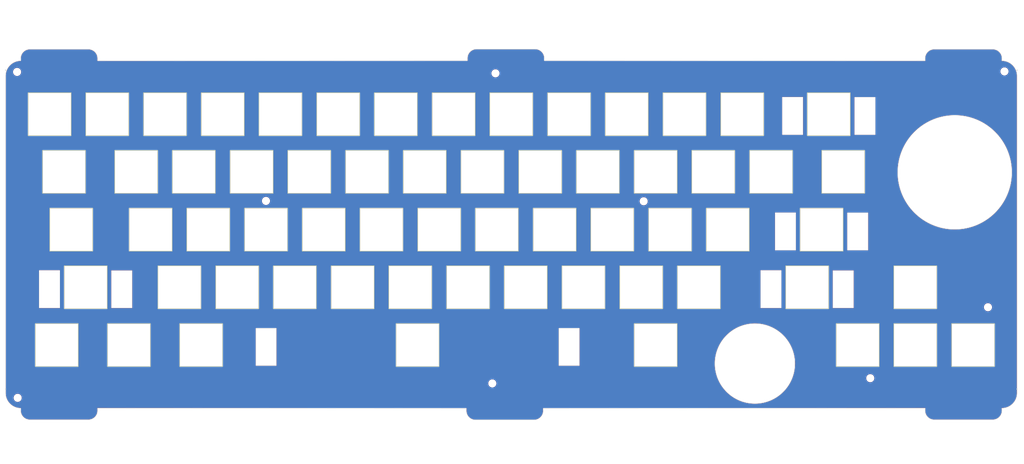
<source format=kicad_pcb>
(kicad_pcb (version 20221018) (generator pcbnew)
  (layers (0 "F.Cu" signal) (31 "B.Cu" signal) (34 "B.Paste" user) (35 "F.Paste" user) (36 "B.SilkS" user "B.Silkscreen") (37 "F.SilkS" user "F.Silkscreen") (38 "B.Mask" user) (39 "F.Mask" user) (44 "Edge.Cuts" user))
  (net 0 "")
  (footprint "personal:nothing" (layer "F.Cu") (at 438.945968 174.030227 90)
    (fp_text reference "D_BSLSH" hide)
    (fp_text value "D" hide)
  )
  (footprint "Switch_Keyboard_Hotswap_Kailh:SW_Kailh_MX_top plate" (layer "F.Cu") (at 233.658468 192.580227)
    (fp_text reference "K_D" hide)
    (fp_text value "KEYSW" hide)
    (fp_rect (start -6.97 -6.97) (end 6.98 6.98) (stroke (width 0.05)) (fill none) (layer "Edge.Cuts"))
  )
  (footprint "" (layer "F.Cu") (at 471.937319 218.197357)
    (fp_text reference "" hide)
    (fp_text value "" hide)
    (pad "" np_thru_hole circle (at 0 0) (size 2.2 2.2) (drill 2.2) (layers "F&B.Cu" "*.Mask"))
  )
  (footprint "Switch_Keyboard_Hotswap_Kailh:SW_Kailh_MX_top plate" (layer "F.Cu") (at 386.058468 192.580227)
    (fp_text reference "K_QUOTE" hide)
    (fp_text value "KEYSW" hide)
    (fp_rect (start -6.97 -6.97) (end 6.98 6.98) (stroke (width 0.05)) (fill none) (layer "Edge.Cuts"))
  )
  (footprint "Switch_Keyboard_Hotswap_Kailh:SW_Kailh_MX_top plate" (layer "F.Cu") (at 424.158468 173.530227)
    (fp_text reference "K_BSLSH" hide)
    (fp_text value "KEYSW" hide)
    (fp_rect (start -6.97 -6.97) (end 6.98 6.98) (stroke (width 0.05)) (fill none) (layer "Edge.Cuts"))
  )
  (footprint "personal:nothing" (layer "F.Cu") (at 300.833468 193.080227 90)
    (fp_text reference "D_H" hide)
    (fp_text value "D" hide)
  )
  (footprint "Switch_Keyboard_Hotswap_Kailh:SW_Kailh_MX_top plate" (layer "F.Cu") (at 419.395968 154.480227)
    (fp_text reference "K_BACKSPACE" hide)
    (fp_text value "KEYSW" hide)
    (fp_rect (start -6.97 -6.97) (end 6.98 6.98) (stroke (width 0.05)) (fill none) (layer "Edge.Cuts"))
  )
  (footprint "personal:nothing" (layer "F.Cu") (at 391.320968 174.030227 90)
    (fp_text reference "D_CBRAC" hide)
    (fp_text value "D" hide)
  )
  (footprint "Switch_Keyboard_Hotswap_Kailh:SW_Kailh_MX_top plate" (layer "F.Cu") (at 367.008468 192.580227)
    (fp_text reference "K_SEMIC" hide)
    (fp_text value "KEYSW" hide)
    (fp_rect (start -6.97 -6.97) (end 6.98 6.98) (stroke (width 0.05)) (fill none) (layer "Edge.Cuts"))
  )
  (footprint "Switch_Keyboard_Hotswap_Kailh:SW_Kailh_MX_top plate" (layer "F.Cu") (at 390.820968 154.480227)
    (fp_text reference "K_EQUAL" hide)
    (fp_text value "KEYSW" hide)
    (fp_rect (start -6.97 -6.97) (end 6.98 6.98) (stroke (width 0.05)) (fill none) (layer "Edge.Cuts"))
  )
  (footprint "personal:nothing" (layer "F.Cu") (at 238.920968 174.030227 90)
    (fp_text reference "D_E" hide)
    (fp_text value "D" hide)
  )
  (footprint "personal:nothing" (layer "F.Cu") (at 334.170968 174.030227 90)
    (fp_text reference "D_I" hide)
    (fp_text value "D" hide)
  )
  (footprint "personal:nothing" (layer "F.Cu") (at 315.120968 174.030227 90)
    (fp_text reference "D_U" hide)
    (fp_text value "D" hide)
  )
  (footprint "Switch_Keyboard_Hotswap_Kailh:SW_Kailh_MX_top plate" (layer "F.Cu") (at 243.183468 211.630227)
    (fp_text reference "K_C" hide)
    (fp_text value "KEYSW" hide)
    (fp_rect (start -6.97 -6.97) (end 6.98 6.98) (stroke (width 0.05)) (fill none) (layer "Edge.Cuts"))
  )
  (footprint "personal:nothing" (layer "F.Cu") (at 196.058468 212.130227 90)
    (fp_text reference "D_SHIFT" hide)
    (fp_text value "D" hide)
  )
  (footprint "personal:nothing" (layer "F.Cu") (at 257.970968 174.030227 90)
    (fp_text reference "D_R" hide)
    (fp_text value "D" hide)
  )
  (footprint "Switch_Keyboard_Hotswap_Kailh:SW_Kailh_MX_top plate" (layer "F.Cu") (at 181.270968 154.480227)
    (fp_text reference "K_1" hide)
    (fp_text value "KEYSW" hide)
    (fp_rect (start -6.97 -6.97) (end 6.98 6.98) (stroke (width 0.05)) (fill none) (layer "Edge.Cuts"))
  )
  (footprint "Switch_Keyboard_Hotswap_Kailh:SW_Kailh_MX_top plate" (layer "F.Cu") (at 190.795968 173.530227)
    (fp_text reference "K_Q" hide)
    (fp_text value "KEYSW" hide)
    (fp_rect (start -6.97 -6.97) (end 6.98 6.98) (stroke (width 0.05)) (fill none) (layer "Edge.Cuts"))
  )
  (footprint "personal:nothing" (layer "F.Cu") (at 324.645968 154.980227 90)
    (fp_text reference "D_8" hide)
    (fp_text value "D" hide)
  )
  (footprint "Switch_Keyboard_Hotswap_Kailh:SW_Kailh_MX_top plate" (layer "F.Cu") (at 166.983468 173.530227)
    (fp_text reference "K_TAB" hide)
    (fp_text value "KEYSW" hide)
    (fp_rect (start -6.97 -6.97) (end 6.98 6.98) (stroke (width 0.05)) (fill none) (layer "Edge.Cuts"))
  )
  (footprint "Switch_Keyboard_Hotswap_Kailh:SW_Kailh_MX_top plate" (layer "F.Cu") (at 371.770968 154.480227)
    (fp_text reference "K_MINUS" hide)
    (fp_text value "KEYSW" hide)
    (fp_rect (start -6.97 -6.97) (end 6.98 6.98) (stroke (width 0.05)) (fill none) (layer "Edge.Cuts"))
  )
  (footprint "personal:nothing" (layer "F.Cu") (at 305.595968 154.980227 90)
    (fp_text reference "D_7" hide)
    (fp_text value "D" hide)
  )
  (footprint "Switch_Keyboard_Hotswap_Kailh:SW_Kailh_MX_top plate" (layer "F.Cu") (at 257.470968 154.480227)
    (fp_text reference "K_5" hide)
    (fp_text value "KEYSW" hide)
    (fp_rect (start -6.97 -6.97) (end 6.98 6.98) (stroke (width 0.05)) (fill none) (layer "Edge.Cuts"))
  )
  (footprint "MountingHole:MountingHole_2.2mm_M2" (layer "F.Cu") (at 433.089656 241.619144)
    (fp_text reference "REF**" hide)
    (fp_text value "MountingHole_2.2mm_M2" hide)
    (pad "" np_thru_hole circle (at 0 0) (size 2.2 2.2) (drill 2.2) (layers "F&B.Cu" "*.Mask"))
  )
  (footprint "Switch_Keyboard_Hotswap_Kailh:SW_Kailh_MX_top plate" (layer "F.Cu") (at 283.664718 230.680227)
    (fp_text reference "K_SPACE1" hide)
    (fp_text value "KEYSW" hide)
    (fp_rect (start -6.97 -6.97) (end 6.98 6.98) (stroke (width 0.05)) (fill none) (layer "Edge.Cuts"))
  )
  (footprint "personal:nothing" (layer "F.Cu") (at 343.695968 154.980227 90)
    (fp_text reference "D_9" hide)
    (fp_text value "D" hide)
  )
  (footprint "personal:nothing" (layer "F.Cu") (at 277.020968 174.030227 90)
    (fp_text reference "D_T" hide)
    (fp_text value "D" hide)
  )
  (footprint "Switch_Keyboard_Hotswap_Kailh:SW_Kailh_MX_top plate" (layer "F.Cu") (at 376.533468 211.630227)
    (fp_text reference "K_SLASH" hide)
    (fp_text value "KEYSW" hide)
    (fp_rect (start -6.97 -6.97) (end 6.98 6.98) (stroke (width 0.05)) (fill none) (layer "Edge.Cuts"))
  )
  (footprint "personal:nothing" (layer "F.Cu") (at 400.845968 154.980227 90)
    (fp_text reference "D_EQUAL" hide)
    (fp_text value "D" hide)
  )
  (footprint "Switch_Keyboard_Hotswap_Kailh:SW_Kailh_MX_top plate" (layer "F.Cu") (at 238.420968 154.480227)
    (fp_text reference "K_4" hide)
    (fp_text value "KEYSW" hide)
    (fp_rect (start -6.97 -6.97) (end 6.98 6.98) (stroke (width 0.05)) (fill none) (layer "Edge.Cuts"))
  )
  (footprint "Switch_Keyboard_Hotswap_Kailh:SW_Kailh_MX_top plate" (layer "F.Cu") (at 200.320968 154.480227)
    (fp_text reference "K_2" hide)
    (fp_text value "KEYSW" hide)
    (fp_rect (start -6.97 -6.97) (end 6.98 6.98) (stroke (width 0.05)) (fill none) (layer "Edge.Cuts"))
  )
  (footprint "personal:nothing" (layer "F.Cu") (at 186.533468 193.080227 90)
    (fp_text reference "D_CAPS" hide)
    (fp_text value "D" hide)
  )
  (footprint "Switch_Keyboard_Hotswap_Kailh:SW_Kailh_MX_top plate" (layer "F.Cu") (at 412.252218 211.630227)
    (fp_text reference "K_SHIFT1" hide)
    (fp_text value "KEYSW" hide)
    (fp_rect (start -6.97 -6.97) (end 6.98 6.98) (stroke (width 0.05)) (fill none) (layer "Edge.Cuts"))
  )
  (footprint "personal:nothing" (layer "F.Cu") (at 310.358468 212.130227 90)
    (fp_text reference "D_N" hide)
    (fp_text value "D" hide)
  )
  (footprint "personal:nothing" (layer "F.Cu") (at 286.545968 154.980227 90)
    (fp_text reference "D_6" hide)
    (fp_text value "D" hide)
  )
  (footprint "Switch_Keyboard_Hotswap_Kailh:SW_Kailh_MX_top plate" (layer "F.Cu") (at 228.895968 173.530227)
    (fp_text reference "K_E" hide)
    (fp_text value "KEYSW" hide)
    (fp_rect (start -6.97 -6.97) (end 6.98 6.98) (stroke (width 0.05)) (fill none) (layer "Edge.Cuts"))
  )
  (footprint "Mounting_Keyboard_Stabilizer:top plate stab" (layer "F.Cu") (at 412.252218 211.630227)
    (fp_text reference "REF**" hide)
    (fp_text value "top plate stab" hide)
    (fp_rect (start -15.31 -5.56) (end -8.57 6.78) (stroke (width 0.05)) (fill none) (layer "Edge.Cuts"))
    (fp_rect (start 8.53 -5.52) (end 15.3 6.78) (stroke (width 0.05)) (fill none) (layer "Edge.Cuts"))
  )
  (footprint "Switch_Keyboard_Hotswap_Kailh:SW_Kailh_MX_top plate" (layer "F.Cu") (at 188.414718 230.680227)
    (fp_text reference "K_WIN" hide)
    (fp_text value "KEYSW" hide)
    (fp_rect (start -6.97 -6.97) (end 6.98 6.98) (stroke (width 0.05)) (fill none) (layer "Edge.Cuts"))
  )
  (footprint "Mounting_Keyboard_Stabilizer:top plate stab" (layer "F.Cu") (at 419.406536 154.441245)
    (fp_text reference "REF**" hide)
    (fp_text value "top plate stab" hide)
    (fp_rect (start -15.31 -5.56) (end -8.57 6.78) (stroke (width 0.05)) (fill none) (layer "Edge.Cuts"))
    (fp_rect (start 8.53 -5.52) (end 15.3 6.78) (stroke (width 0.05)) (fill none) (layer "Edge.Cuts"))
  )
  (footprint "" (layer "F.Cu") (at 477.383784 140.373626)
    (fp_text reference "" hide)
    (fp_text value "" hide)
    (pad "" np_thru_hole circle (at 0 0) (size 2.2 2.2) (drill 2.2) (layers "F&B.Cu" "*.Mask"))
  )
  (footprint "personal:nothing" (layer "F.Cu") (at 219.870968 174.030227 90)
    (fp_text reference "D_W" hide)
    (fp_text value "D" hide)
  )
  (footprint "personal:nothing" (layer "F.Cu") (at 372.270968 231.180227 90)
    (fp_text reference "D_SPACE2" hide)
    (fp_text value "D" hide)
  )
  (footprint "Switch_Keyboard_Hotswap_Kailh:SW_Kailh_MX_top plate" (layer "F.Cu") (at 428.920968 230.680227)
    (fp_text reference "K_SPACE3" hide)
    (fp_text value "KEYSW" hide)
    (fp_rect (start -6.97 -6.97) (end 6.98 6.98) (stroke (width 0.05)) (fill none) (layer "Edge.Cuts"))
  )
  (footprint "Switch_Keyboard_Hotswap_Kailh:SW_Kailh_MX_top plate" (layer "F.Cu") (at 338.433468 211.630227)
    (fp_text reference "K_COMMA" hide)
    (fp_text value "KEYSW" hide)
    (fp_rect (start -6.97 -6.97) (end 6.98 6.98) (stroke (width 0.05)) (fill none) (layer "Edge.Cuts"))
  )
  (footprint "Switch_Keyboard_Hotswap_Kailh:SW_Kailh_MX_top plate" (layer "F.Cu") (at 164.602218 230.680227)
    (fp_text reference "K_CTRL" hide)
    (fp_text value "KEYSW" hide)
    (fp_rect (start -6.97 -6.97) (end 6.98 6.98) (stroke (width 0.05)) (fill none) (layer "Edge.Cuts"))
  )
  (footprint "Switch_Keyboard_Hotswap_Kailh:SW_Kailh_MX_top plate" (layer "F.Cu") (at 247.945968 173.530227)
    (fp_text reference "K_R" hide)
    (fp_text value "KEYSW" hide)
    (fp_rect (start -6.97 -6.97) (end 6.98 6.98) (stroke (width 0.05)) (fill none) (layer "Edge.Cuts"))
  )
  (footprint "Switch_Keyboard_Hotswap_Kailh:SW_Kailh_MX_top plate" (layer "F.Cu") (at 209.845968 173.530227)
    (fp_text reference "K_W" hide)
    (fp_text value "KEYSW" hide)
    (fp_rect (start -6.97 -6.97) (end 6.98 6.98) (stroke (width 0.05)) (fill none) (layer "Edge.Cuts"))
  )
  (footprint "personal:nothing" (layer "F.Cu") (at 200.820968 231.180227 90)
    (fp_text reference "D_WIN" hide)
    (fp_text value "D" hide)
  )
  (footprint "personal:nothing" (layer "F.Cu") (at 329.408468 212.130227 90)
    (fp_text reference "D_M" hide)
    (fp_text value "D" hide)
  )
  (footprint "Switch_Keyboard_Hotswap_Kailh:SW_Kailh_MX_top plate" (layer "F.Cu") (at 467.020968 230.680227)
    (fp_text reference "K_SPACE5" hide)
    (fp_text value "KEYSW" hide)
    (fp_rect (start -6.97 -6.97) (end 6.98 6.98) (stroke (width 0.05)) (fill none) (layer "Edge.Cuts"))
  )
  (footprint "Switch_Keyboard_Hotswap_Kailh:SW_Kailh_MX_top plate" (layer "F.Cu") (at 205.083468 211.630227)
    (fp_text reference "K_Z" hide)
    (fp_text value "KEYSW" hide)
    (fp_rect (start -6.97 -6.97) (end 6.98 6.98) (stroke (width 0.05)) (fill none) (layer "Edge.Cuts"))
  )
  (footprint "Switch_Keyboard_Hotswap_Kailh:SW_Kailh_MX_top plate" (layer "F.Cu") (at 447.970968 211.630227)
    (fp_text reference "K_SPACE" hide)
    (fp_text value "KEYSW" hide)
    (fp_rect (start -6.97 -6.97) (end 6.98 6.98) (stroke (width 0.05)) (fill none) (layer "Edge.Cuts"))
  )
  (footprint "Switch_Keyboard_Hotswap_Kailh:SW_Kailh_MX_top plate" (layer "F.Cu") (at 262.233468 211.630227)
    (fp_text reference "K_V" hide)
    (fp_text value "KEYSW" hide)
    (fp_rect (start -6.97 -6.97) (end 6.98 6.98) (stroke (width 0.05)) (fill none) (layer "Edge.Cuts"))
  )
  (footprint "MountingHole:MountingHole_2.2mm_M2" (layer "F.Cu") (at 477.383784 140.373626)
    (fp_text reference "REF**" hide)
    (fp_text value "MountingHole_2.2mm_M2" hide)
    (pad "" np_thru_hole circle (at 0 0) (size 2.2 2.2) (drill 2.2) (layers "F&B.Cu" "*.Mask"))
  )
  (footprint "MountingHole:MountingHole_2.2mm_M2" (layer "F.Cu") (at 151.498973 140.542321)
    (fp_text reference "REF**" hide)
    (fp_text value "MountingHole_2.2mm_M2" hide)
    (pad "" np_thru_hole circle (at 0 0) (size 2.2 2.2) (drill 2.2) (layers "F&B.Cu" "*.Mask"))
  )
  (footprint "Switch_Keyboard_Hotswap_Kailh:SW_Kailh_MX_top plate" (layer "F.Cu") (at 271.758468 192.580227)
    (fp_text reference "K_G" hide)
    (fp_text value "KEYSW" hide)
    (fp_rect (start -6.97 -6.97) (end 6.98 6.98) (stroke (width 0.05)) (fill none) (layer "Edge.Cuts"))
  )
  (footprint "personal:nothing" (layer "F.Cu") (at 386.558468 212.130227 90)
    (fp_text reference "D_SLASH" hide)
    (fp_text value "D" hide)
  )
  (footprint "personal:nothing" (layer "F.Cu") (at 243.683468 193.080227 90)
    (fp_text reference "D_D" hide)
    (fp_text value "D" hide)
  )
  (footprint "Switch_Keyboard_Hotswap_Kailh:SW_Kailh_MX_top plate" (layer "F.Cu") (at 290.808468 192.580227)
    (fp_text reference "K_H" hide)
    (fp_text value "KEYSW" hide)
    (fp_rect (start -6.97 -6.97) (end 6.98 6.98) (stroke (width 0.05)) (fill none) (layer "Edge.Cuts"))
  )
  (footprint "personal:nothing" (layer "F.Cu") (at 210.345968 154.980227 90)
    (fp_text reference "D_2" hide)
    (fp_text value "D" hide)
  )
  (footprint "MountingHole:MountingHole_2.2mm_M2" (layer "F.Cu") (at 308.3493 243.347072)
    (fp_text reference "REF**" hide)
    (fp_text value "MountingHole_2.2mm_M2" hide)
    (pad "" np_thru_hole circle (at 0 0) (size 2.2 2.2) (drill 2.2) (layers "F&B.Cu" "*.Mask"))
  )
  (footprint "Switch_Keyboard_Hotswap_Kailh:SW_Kailh_MX_top plate" (layer "F.Cu") (at 219.370968 154.480227)
    (fp_text reference "K_3" hide)
    (fp_text value "KEYSW" hide)
    (fp_rect (start -6.97 -6.97) (end 6.98 6.98) (stroke (width 0.05)) (fill none) (layer "Edge.Cuts"))
  )
  (footprint "personal:nothing" (layer "F.Cu") (at 177.008468 231.180227 90)
    (fp_text reference "D_CTRL" hide)
    (fp_text value "D" hide)
  )
  (footprint "personal:nothing" (layer "F.Cu") (at 438.945968 154.980227 90)
    (fp_text reference "D_BACKSPACE" hide)
    (fp_text value "D" hide)
  )
  (footprint "Switch_Keyboard_Hotswap_Kailh:SW_Kailh_MX_top plate" (layer "F.Cu") (at 328.908468 192.580227)
    (fp_text reference "K_K" hide)
    (fp_text value "KEYSW" hide)
    (fp_rect (start -6.97 -6.97) (end 6.98 6.98) (stroke (width 0.05)) (fill none) (layer "Edge.Cuts"))
  )
  (footprint "personal:nothing" (layer "F.Cu") (at 248.445968 154.980227 90)
    (fp_text reference "D_4" hide)
    (fp_text value "D" hide)
  )
  (footprint "personal:nothing" (layer "F.Cu") (at 296.070968 174.030227 90)
    (fp_text reference "D_Y" hide)
    (fp_text value "D" hide)
  )
  (footprint "personal:nothing" (layer "F.Cu") (at 253.208468 212.130227 90)
    (fp_text reference "D_C" hide)
    (fp_text value "D" hide)
  )
  (footprint "personal:nothing" (layer "F.Cu") (at 343.695968 231.180227 90)
    (fp_text reference "D_SPACE1" hide)
    (fp_text value "D" hide)
  )
  (footprint "MountingHole:MountingHole_2.2mm_M2" (layer "F.Cu") (at 151.689827 248.112066)
    (fp_text reference "REF**" hide)
    (fp_text value "MountingHole_2.2mm_M2" hide)
    (pad "" np_thru_hole circle (at 0 0) (size 2.2 2.2) (drill 2.2) (layers "F&B.Cu" "*.Mask"))
  )
  (footprint "Switch_Keyboard_Hotswap_Kailh:SW_Kailh_MX_top plate" (layer "F.Cu") (at 305.095968 173.530227)
    (fp_text reference "K_U" hide)
    (fp_text value "KEYSW" hide)
    (fp_rect (start -6.97 -6.97) (end 6.98 6.98) (stroke (width 0.05)) (fill none) (layer "Edge.Cuts"))
  )
  (footprint "Switch_Keyboard_Hotswap_Kailh:SW_Kailh_MX_top plate" (layer "F.Cu") (at 381.295968 173.530227)
    (fp_text reference "K_CBRAC" hide)
    (fp_text value "KEYSW" hide)
    (fp_rect (start -6.97 -6.97) (end 6.98 6.98) (stroke (width 0.05)) (fill none) (layer "Edge.Cuts"))
  )
  (footprint "personal:nothing" (layer "F.Cu") (at 205.583468 193.080227 90)
    (fp_text reference "D_A" hide)
    (fp_text value "D" hide)
  )
  (footprint "Switch_Keyboard_Hotswap_Kailh:SW_Kailh_MX_top plate" (layer "F.Cu") (at 324.145968 173.530227)
    (fp_text reference "K_I" hide)
    (fp_text value "KEYSW" hide)
    (fp_rect (start -6.97 -6.97) (end 6.98 6.98) (stroke (width 0.05)) (fill none) (layer "Edge.Cuts"))
  )
  (footprint "personal:nothing" (layer "F.Cu") (at 377.033468 193.080227 90)
    (fp_text reference "D_SEMIC" hide)
    (fp_text value "D" hide)
  )
  (footprint "Switch_Keyboard_Hotswap_Kailh:SW_Kailh_MX_top plate" (layer "F.Cu") (at 295.570968 154.480227)
    (fp_text reference "K_7" hide)
    (fp_text value "KEYSW" hide)
    (fp_rect (start -6.97 -6.97) (end 6.98 6.98) (stroke (width 0.05)) (fill none) (layer "Edge.Cuts"))
  )
  (footprint "Switch_Keyboard_Hotswap_Kailh:SW_Kailh_MX_top plate" (layer "F.Cu") (at 309.858468 192.580227)
    (fp_text reference "K_J" hide)
    (fp_text value "KEYSW" hide)
    (fp_rect (start -6.97 -6.97) (end 6.98 6.98) (stroke (width 0.05)) (fill none) (layer "Edge.Cuts"))
  )
  (footprint "personal:nothing" (layer "F.Cu") (at 367.508468 212.130227 90)
    (fp_text reference "D_DOT" hide)
    (fp_text value "D" hide)
  )
  (footprint "MountingHole:MountingHole_2.2mm_M2" (layer "F.Cu") (at 358.306491 183.224457)
    (fp_text reference "REF**" hide)
    (fp_text value "MountingHole_2.2mm_M2" hide)
    (pad "" np_thru_hole circle (at 0 0) (size 2.2 2.2) (drill 2.2) (layers "F&B.Cu" "*.Mask"))
  )
  (footprint "Switch_Keyboard_Hotswap_Kailh:SW_Kailh_MX_top plate" (layer "F.Cu") (at 252.708468 192.580227)
    (fp_text reference "K_F" hide)
    (fp_text value "KEYSW" hide)
    (fp_rect (start -6.97 -6.97) (end 6.98 6.98) (stroke (width 0.05)) (fill none) (layer "Edge.Cuts"))
  )
  (footprint "MountingHole:MountingHole_2.2mm_M2" (layer "F.Cu") (at 233.642427 183.112524)
    (fp_text reference "REF**" hide)
    (fp_text value "MountingHole_2.2mm_M2" hide)
    (pad "" np_thru_hole circle (at 0 0) (size 2.2 2.2) (drill 2.2) (layers "F&B.Cu" "*.Mask"))
  )
  (footprint "personal:nothing" (layer "F.Cu") (at 291.308468 212.130227 90)
    (fp_text reference "D_B" hide)
    (fp_text value "D" hide)
  )
  (footprint "personal:nothing" (layer "F.Cu") (at 362.745968 154.980227 90)
    (fp_text reference "D_0" hide)
    (fp_text value "D" hide)
  )
  (footprint "personal:nothing" (layer "F.Cu") (at 319.883468 193.080227 90)
    (fp_text reference "D_J" hide)
    (fp_text value "D" hide)
  )
  (footprint "personal:nothing" (layer "F.Cu") (at 262.733468 193.080227 90)
    (fp_text reference "D_F" hide)
    (fp_text value "D" hide)
  )
  (footprint "Switch_Keyboard_Hotswap_Kailh:SW_Kailh_MX_top plate" (layer "F.Cu") (at 319.383468 211.630227)
    (fp_text reference "K_M" hide)
    (fp_text value "KEYSW" hide)
    (fp_rect (start -6.97 -6.97) (end 6.98 6.98) (stroke (width 0.05)) (fill none) (layer "Edge.Cuts"))
  )
  (footprint "personal:nothing" (layer "F.Cu") (at 267.495968 154.980227 90)
    (fp_text reference "D_5" hide)
    (fp_text value "D" hide)
  )
  (footprint "personal:nothing" (layer "F.Cu") (at 224.633468 231.180227 90)
    (fp_text reference "D_ALT" hide)
    (fp_text value "D" hide)
  )
  (footprint "personal:nothing" (layer "F.Cu") (at 477.045968 231.180227 90)
    (fp_text reference "D_SPACE5" hide)
    (fp_text value "D" hide)
  )
  (footprint "Switch_Keyboard_Hotswap_Kailh:SW_Kailh_MX_top plate" (layer "F.Cu") (at 447.970968 230.680227)
    (fp_text reference "K_SPACE4" hide)
    (fp_text value "KEYSW" hide)
    (fp_rect (start -6.97 -6.97) (end 6.98 6.98) (stroke (width 0.05)) (fill none) (layer "Edge.Cuts"))
  )
  (footprint "personal:nothing" (layer "F.Cu") (at 224.633468 193.080227 90)
    (fp_text reference "D_S" hide)
    (fp_text value "D" hide)
  )
  (footprint "personal:nothing" (layer "F.Cu") (at 172.245968 154.980227 90)
    (fp_text reference "D_`" hide)
    (fp_text value "D" hide)
  )
  (footprint "Switch_Keyboard_Hotswap_Kailh:SW_Kailh_MX_top plate" (layer "F.Cu") (at 174.127218 211.630227)
    (fp_text reference "K_SHIFT" hide)
    (fp_text value "KEYSW" hide)
    (fp_rect (start -6.97 -6.97) (end 6.98 6.98) (stroke (width 0.05)) (fill none) (layer "Edge.Cuts"))
  )
  (footprint "Switch_Keyboard_Hotswap_Kailh:SW_Kailh_MX_top plate" (layer "F.Cu") (at 352.720968 154.480227)
    (fp_text reference "K_0" hide)
    (fp_text value "KEYSW" hide)
    (fp_rect (start -6.97 -6.97) (end 6.98 6.98) (stroke (width 0.05)) (fill none) (layer "Edge.Cuts"))
  )
  (footprint "Switch_Keyboard_Hotswap_Kailh:SW_Kailh_MX_top plate" (layer "F.Cu") (at 357.483468 211.630227)
    (fp_text reference "K_DOT" hide)
    (fp_text value "KEYSW" hide)
    (fp_rect (start -6.97 -6.97) (end 6.98 6.98) (stroke (width 0.05)) (fill none) (layer "Edge.Cuts"))
  )
  (footprint "personal:nothing" (layer "F.Cu") (at 215.108468 212.130227 90)
    (fp_text reference "D_Z" hide)
    (fp_text value "D" hide)
  )
  (footprint "Switch_Keyboard_Hotswap_Kailh:SW_Kailh_MX_top plate" (layer "F.Cu") (at 333.670968 154.480227)
    (fp_text reference "K_9" hide)
    (fp_text value "KEYSW" hide)
    (fp_rect (start -6.97 -6.97) (end 6.98 6.98) (stroke (width 0.05)) (fill none) (layer "Edge.Cuts"))
  )
  (footprint "personal:nothing" (layer "F.Cu") (at 457.995968 212.130227 90)
    (fp_text reference "D_SPACE" hide)
    (fp_text value "D" hide)
  )
  (footprint "personal:nothing" (layer "F.Cu") (at 338.933468 193.080227 90)
    (fp_text reference "D_K" hide)
    (fp_text value "D" hide)
  )
  (footprint "personal:nothing" (layer "F.Cu") (at 272.258468 212.130227 90)
    (fp_text reference "D_V" hide)
    (fp_text value "D" hide)
  )
  (footprint "personal:nothing" (layer "F.Cu") (at 372.270968 174.030227 90)
    (fp_text reference "D_P" hide)
    (fp_text value "D" hide)
  )
  (footprint "personal:nothing" (layer "F.Cu") (at 191.295968 154.980227 90)
    (fp_text reference "D_1" hide)
    (fp_text value "D" hide)
  )
  (footprint "Switch_Keyboard_Hotswap_Kailh:SW_Kailh_MX_top plate" (layer "F.Cu") (at 417.014718 192.580227)
    (fp_text reference "K_ENTER" hide)
    (fp_text value "KEYSW" hide)
    (fp_rect (start -6.97 -6.97) (end 6.98 6.98) (stroke (width 0.05)) (fill none) (layer "Edge.Cuts"))
  )
  (footprint "Switch_Keyboard_Hotswap_Kailh:SW_Kailh_MX_top plate" (layer "F.Cu") (at 224.133468 211.630227)
    (fp_text reference "K_X" hide)
    (fp_text value "KEYSW" hide)
    (fp_rect (start -6.97 -6.97) (end 6.98 6.98) (stroke (width 0.05)) (fill none) (layer "Edge.Cuts"))
  )
  (footprint "Switch_Keyboard_Hotswap_Kailh:SW_Kailh_MX_top plate" (layer "F.Cu") (at 362.245968 230.680227)
    (fp_text reference "K_SPACE2" hide)
    (fp_text value "KEYSW" hide)
    (fp_rect (start -6.97 -6.97) (end 6.98 6.98) (stroke (width 0.05)) (fill none) (layer "Edge.Cuts"))
  )
  (footprint "Switch_Keyboard_Hotswap_Kailh:SW_Kailh_MX_top plate" (layer "F.Cu") (at 314.620968 154.480227)
    (fp_text reference "K_8" hide)
    (fp_text value "KEYSW" hide)
    (fp_rect (start -6.97 -6.97) (end 6.98 6.98) (stroke (width 0.05)) (fill none) (layer "Edge.Cuts"))
  )
  (footprint "personal:nothing" (layer "F.Cu") (at 410.370968 174.030227 90)
    (fp_text reference "D_OBRAC" hide)
    (fp_text value "D" hide)
  )
  (footprint "Switch_Keyboard_Hotswap_Kailh:SW_Kailh_MX_top plate" (layer "F.Cu") (at 169.364718 192.580227)
    (fp_text reference "K_CAPS" hide)
    (fp_text value "KEYSW" hide)
    (fp_rect (start -6.97 -6.97) (end 6.98 6.98) (stroke (width 0.05)) (fill none) (layer "Edge.Cuts"))
  )
  (footprint "Switch_Keyboard_Hotswap_Kailh:SW_Kailh_MX_top plate" (layer "F.Cu") (at 195.558468 192.580227)
    (fp_text reference "K_A" hide)
    (fp_text value "KEYSW" hide)
    (fp_rect (start -6.97 -6.97) (end 6.98 6.98) (stroke (width 0.05)) (fill none) (layer "Edge.Cuts"))
  )
  (footprint "Switch_Keyboard_Hotswap_Kailh:SW_Kailh_MX_top plate" (layer "F.Cu") (at 162.220968 154.480227)
    (fp_text reference "K_`" hide)
    (fp_text value "KEYSW" hide)
    (fp_rect (start -6.97 -6.97) (end 6.98 6.98) (stroke (width 0.05)) (fill none) (layer "Edge.Cuts"))
  )
  (footprint "personal:nothing" (layer "F.Cu") (at 353.220968 174.030227 90)
    (fp_text reference "D_O" hide)
    (fp_text value "D" hide)
  )
  (footprint "personal:nothing" (layer "F.Cu") (at 438.945968 193.080227 90)
    (fp_text reference "D_ENTER" hide)
    (fp_text value "D" hide)
  )
  (footprint "Switch_Keyboard_Hotswap_Kailh:SW_Kailh_MX_top plate" (layer "F.Cu") (at 266.995968 173.530227)
    (fp_text reference "K_T" hide)
    (fp_text value "KEYSW" hide)
    (fp_rect (start -6.97 -6.97) (end 6.98 6.98) (stroke (width 0.05)) (fill none) (layer "Edge.Cuts"))
  )
  (footprint "Switch_Keyboard_Hotswap_Kailh:SW_Kailh_MX_top plate" (layer "F.Cu") (at 286.045968 173.530227)
    (fp_text reference "K_Y" hide)
    (fp_text value "KEYSW" hide)
    (fp_rect (start -6.97 -6.97) (end 6.98 6.98) (stroke (width 0.05)) (fill none) (layer "Edge.Cuts"))
  )
  (footprint "personal:nothing" (layer "F.Cu") (at 438.945968 212.130227 90)
    (fp_text reference "D_SHIFT1" hide)
    (fp_text value "D" hide)
  )
  (footprint "Switch_Keyboard_Hotswap_Kailh:SW_Kailh_MX_top plate" (layer "F.Cu") (at 212.227218 230.680227)
    (fp_text reference "K_ALT" hide)
    (fp_text value "KEYSW" hide)
    (fp_rect (start -6.97 -6.97) (end 6.98 6.98) (stroke (width 0.05)) (fill none) (layer "Edge.Cuts"))
  )
  (footprint "personal:nothing" (layer "F.Cu") (at 181.770968 174.030227 90)
    (fp_text reference "D_TAB" hide)
    (fp_text value "D" hide)
  )
  (footprint "Switch_Keyboard_Hotswap_Kailh:SW_Kailh_MX_top plate" (layer "F.Cu") (at 343.195968 173.530227)
    (fp_text reference "K_O" hide)
    (fp_text value "KEYSW" hide)
    (fp_rect (start -6.97 -6.97) (end 6.98 6.98) (stroke (width 0.05)) (fill none) (layer "Edge.Cuts"))
  )
  (footprint "personal:nothing" (layer "F.Cu") (at 200.820968 174.030227 90)
    (fp_text reference "D_Q" hide)
    (fp_text value "D" hide)
  )
  (footprint "personal:nothing" (layer "F.Cu") (at 396.083468 193.080227 90)
    (fp_text reference "D_QUOTE" hide)
    (fp_text value "D" hide)
  )
  (footprint "Switch_Keyboard_Hotswap_Kailh:SW_Kailh_MX_top plate" (layer "F.Cu") (at 362.245968 173.530227)
    (fp_text reference "K_P" hide)
    (fp_text value "KEYSW" hide)
    (fp_rect (start -6.97 -6.97) (end 6.98 6.98) (stroke (width 0.05)) (fill none) (layer "Edge.Cuts"))
  )
  (footprint "personal:nothing" (layer "F.Cu") (at 357.983468 193.080227 90)
    (fp_text reference "D_L" hide)
    (fp_text value "D" hide)
  )
  (footprint "Switch_Keyboard_Hotswap_Kailh:SW_Kailh_MX_top plate" (layer "F.Cu") (at 300.333468 211.630227)
    (fp_text reference "K_N" hide)
    (fp_text value "KEYSW" hide)
    (fp_rect (start -6.97 -6.97) (end 6.98 6.98) (stroke (width 0.05)) (fill none) (layer "Edge.Cuts"))
  )
  (footprint "Mounting_Keyboard_Stabilizer:top plate stab" (layer "F.Cu") (at 174.127218 211.630227)
    (fp_text reference "REF**" hide)
    (fp_text value "top plate stab" hide)
    (fp_rect (start -15.31 -5.56) (end -8.57 6.78) (stroke (width 0.05)) (fill none) (layer "Edge.Cuts"))
    (fp_rect (start 8.53 -5.52) (end 15.3 6.78) (stroke (width 0.05)) (fill none) (layer "Edge.Cuts"))
  )
  (footprint "" (layer "F.Cu") (at 233.642427 183.112524)
    (fp_text reference "" hide)
    (fp_text value "" hide)
    (pad "" np_thru_hole circle (at 0 0) (size 2.2 2.2) (drill 2.2) (layers "F&B.Cu" "*.Mask"))
  )
  (footprint "personal:nothing" (layer "F.Cu") (at 348.458468 212.130227 90)
    (fp_text reference "D_COMMA" hide)
    (fp_text value "D" hide)
  )
  (footprint "personal:nothing" (layer "F.Cu") (at 438.945968 231.180227 90)
    (fp_text reference "D_SPACE3" hide)
    (fp_text value "D" hide)
  )
  (footprint "personal:nothing" (layer "F.Cu") (at 457.995968 231.180227 90)
    (fp_text reference "D_SPACE4" hide)
    (fp_text value "D" hide)
  )
  (footprint "Switch_Keyboard_Hotswap_Kailh:SW_Kailh_MX_top plate" (layer "F.Cu") (at 347.958468 192.580227)
    (fp_text reference "K_L" hide)
    (fp_text value "KEYSW" hide)
    (fp_rect (start -6.97 -6.97) (end 6.98 6.98) (stroke (width 0.05)) (fill none) (layer "Edge.Cuts"))
  )
  (footprint "personal:nothing" (layer "F.Cu") (at 381.795968 154.980227 90)
    (fp_text reference "D_MINUS" hide)
    (fp_text value "D" hide)
  )
  (footprint "Switch_Keyboard_Hotswap_Kailh:SW_Kailh_MX_top plate" (layer "F.Cu") (at 400.345968 173.530227)
    (fp_text reference "K_OBRAC" hide)
    (fp_text value "KEYSW" hide)
    (fp_rect (start -6.97 -6.97) (end 6.98 6.98) (stroke (width 0.05)) (fill none) (layer "Edge.Cuts"))
  )
  (footprint "personal:nothing" (layer "F.Cu") (at 234.158468 212.130227 90)
    (fp_text reference "D_X" hide)
    (fp_text value "D" hide)
  )
  (footprint "Switch_Keyboard_Hotswap_Kailh:SW_Kailh_MX_top plate" (layer "F.Cu") (at 214.608468 192.580227)
    (fp_text reference "K_S" hide)
    (fp_text value "KEYSW" hide)
    (fp_rect (start -6.97 -6.97) (end 6.98 6.98) (stroke (width 0.05)) (fill none) (layer "Edge.Cuts"))
  )
  (footprint "MountingHole:MountingHole_2.2mm_M2" (layer "F.Cu") (at 309.393585 141.000188)
    (fp_text reference "REF**" hide)
    (fp_text value "MountingHole_2.2mm_M2" hide)
    (pad "" np_thru_hole circle (at 0 0) (size 2.2 2.2) (drill 2.2) (layers "F&B.Cu" "*.Mask"))
  )
  (footprint "MountingHole:MountingHole_2.2mm_M2" (layer "F.Cu") (at 471.937319 218.197357)
    (fp_text reference "REF**" hide)
    (fp_text value "MountingHole_2.2mm_M2" hide)
    (pad "" np_thru_hole circle (at 0 0) (size 2.2 2.2) (drill 2.2) (layers "F&B.Cu" "*.Mask"))
  )
  (footprint "personal:nothing" (layer "F.Cu") (at 281.783468 193.080227 90)
    (fp_text reference "D_G" hide)
    (fp_text value "D" hide)
  )
  (footprint "personal:nothing" (layer "F.Cu") (at 229.395968 154.980227 90)
    (fp_text reference "D_3" hide)
    (fp_text value "D" hide)
  )
  (footprint "Switch_Keyboard_Hotswap_Kailh:SW_Kailh_MX_top plate" (layer "F.Cu") (at 276.520968 154.480227)
    (fp_text reference "K_6" hide)
    (fp_text value "KEYSW" hide)
    (fp_rect (start -6.97 -6.97) (end 6.98 6.98) (stroke (width 0.05)) (fill none) (layer "Edge.Cuts"))
  )
  (footprint "Switch_Keyboard_Hotswap_Kailh:SW_Kailh_MX_top plate" (layer "F.Cu") (at 281.283468 211.630227)
    (fp_text reference "K_B" hide)
    (fp_text value "KEYSW" hide)
    (fp_rect (start -6.97 -6.97) (end 6.98 6.98) (stroke (width 0.05)) (fill none) (layer "Edge.Cuts"))
  )
  (footprint "Mounting_Keyboard_Stabilizer:top plate stab" (layer "F.Cu") (at 417.030439 192.569951)
    (fp_text reference "REF**" hide)
    (fp_text value "top plate stab" hide)
    (fp_rect (start -15.31 -5.56) (end -8.57 6.78) (stroke (width 0.05)) (fill none) (layer "Edge.Cuts"))
    (fp_rect (start 8.53 -5.52) (end 15.3 6.78) (stroke (width 0.05)) (fill none) (layer "Edge.Cuts"))
  )
  (footprint "personal:nothing" (layer "B.Cu") (at 174.660818 173.374771 180)
    (fp_text reference "REF**" hide)
    (fp_text value "nothing" hide)
  )
  (footprint "personal:nothing" (layer "B.Cu") (at 431.814695 173.416896 180)
    (fp_text reference "REF**" hide)
    (fp_text value "nothing" hide)
  )
  (footprint "personal:nothing" (layer "B.Cu") (at 219.719415 230.776063 180)
    (fp_text reference "REF**" hide)
    (fp_text value "nothing" hide)
  )
  (footprint "personal:nothing" (layer "B.Cu") (at 427.008641 154.437528 180)
    (fp_text reference "REF**" hide)
    (fp_text value "nothing" hide)
  )
  (footprint "personal:nothing" (layer "B.Cu") (at 419.615345 211.655466 180)
    (fp_text reference "REF**" hide)
    (fp_text value "nothing" hide)
  )
  (footprint "personal:nothing" (layer "B.Cu") (at 177.018375 192.291179 180)
    (fp_text reference "REF**" hide)
    (fp_text value "nothing" hide)
  )
  (footprint "personal:nothing" (layer "B.Cu") (at 291.145204 230.709166 180)
    (fp_text reference "REF**" hide)
    (fp_text value "nothing" hide)
  )
  (footprint "personal:nothing" (layer "B.Cu") (at 181.684518 211.669306 180)
    (fp_text reference "REF**" hide)
    (fp_text value "nothing" hide)
  )
  (footprint "personal:nothing" (layer "B.Cu") (at 424.634766 192.440573 180)
    (fp_text reference "REF**" hide)
    (fp_text value "nothing" hide)
  )
  (footprint "personal:nothing" (layer "B.Cu") (at 195.92 230.587179 180)
    (fp_text reference "REF**" hide)
    (fp_text value "nothing" hide)
  )
  (footprint "personal:nothing" (layer "B.Cu") (at 172.120586 230.685119 180)
    (fp_text reference "REF**" hide)
    (fp_text value "nothing" hide)
  )
  (gr_line (start 303.140668 133.008309) (end 322.50413 133.008309) (stroke (width 0.1)) (layer "Edge.Cuts"))
  (gr_arc (start 175.05943 133.058745) (mid 177.18075 133.937425) (end 178.05943 136.058745) (stroke (width 0.1)) (layer "Edge.Cuts"))
  (gr_arc (start 147.695968 139.955227) (mid 147.695968 139.955227) (end 147.695968 139.955227) (stroke (width 0.2)) (layer "Edge.Cuts"))
  (gr_arc (start 322.50413 133.008309) (mid 324.62545 133.886989) (end 325.50413 136.008309) (stroke (width 0.1)) (layer "Edge.Cuts"))
  (gr_line (start 152.695968 251.521542) (end 152.695968 252.319206) (stroke (width 0.1)) (layer "Edge.Cuts"))
  (gr_arc (start 152.695968 251.521542) (mid 149.160429 250.057081) (end 147.695968 246.521542) (stroke (width 0.1)) (layer "Edge.Cuts"))
  (gr_arc (start 300.140668 136.008309) (mid 301.019348 133.886989) (end 303.140668 133.008309) (stroke (width 0.1)) (layer "Edge.Cuts"))
  (gr_circle (center 395.010769 236.794946) (end 395.029734 249.989861) (stroke (width 0.1)) (fill none) (layer "Edge.Cuts"))
  (gr_line (start 299.779909 251.582337) (end 178.05943 251.521542) (stroke (width 0.1)) (layer "Edge.Cuts"))
  (gr_line (start 300.140668 136.805973) (end 178.05943 136.856409) (stroke (width 0.1)) (layer "Edge.Cuts"))
  (gr_line (start 325.50413 136.805973) (end 451.182506 136.856409) (stroke (width 0.1)) (layer "Edge.Cuts"))
  (gr_arc (start 178.05943 252.319206) (mid 177.18075 254.440526) (end 175.05943 255.319206) (stroke (width 0.1)) (layer "Edge.Cuts"))
  (gr_line (start 476.545968 136.058745) (end 476.545968 136.856409) (stroke (width 0.1)) (layer "Edge.Cuts"))
  (gr_line (start 299.779909 251.582337) (end 299.779909 252.380001) (stroke (width 0.1)) (layer "Edge.Cuts"))
  (gr_line (start 451.182506 136.856409) (end 451.182506 136.058745) (stroke (width 0.1)) (layer "Edge.Cuts"))
  (gr_line (start 155.695968 133.058745) (end 175.05943 133.058745) (stroke (width 0.1)) (layer "Edge.Cuts"))
  (gr_arc (start 451.182506 136.058745) (mid 452.06117 133.937398) (end 454.182506 133.058745) (stroke (width 0.1)) (layer "Edge.Cuts"))
  (gr_arc (start 152.695968 136.058745) (mid 153.57463 133.937384) (end 155.695968 133.058745) (stroke (width 0.1)) (layer "Edge.Cuts"))
  (gr_line (start 178.05943 251.521542) (end 178.05943 252.319206) (stroke (width 0.1)) (layer "Edge.Cuts"))
  (gr_line (start 147.695968 246.521542) (end 147.695968 141.856409) (stroke (width 0.1)) (layer "Edge.Cuts"))
  (gr_arc (start 302.779909 255.380001) (mid 300.658582 254.501325) (end 299.779909 252.380001) (stroke (width 0.1)) (layer "Edge.Cuts"))
  (gr_arc (start 476.545968 252.319206) (mid 475.667288 254.440526) (end 473.545968 255.319206) (stroke (width 0.1)) (layer "Edge.Cuts"))
  (gr_line (start 451.182506 251.521542) (end 451.182506 252.319206) (stroke (width 0.1)) (layer "Edge.Cuts"))
  (gr_line (start 454.182506 255.319206) (end 473.545968 255.319206) (stroke (width 0.1)) (layer "Edge.Cuts"))
  (gr_arc (start 147.695968 245.205227) (mid 147.695968 245.205227) (end 147.695968 245.205227) (stroke (width 0.2)) (layer "Edge.Cuts"))
  (gr_arc (start 481.545968 139.955227) (mid 481.545968 139.955227) (end 481.545968 139.955227) (stroke (width 0.2)) (layer "Edge.Cuts"))
  (gr_line (start 325.50413 136.008309) (end 325.50413 136.805973) (stroke (width 0.1)) (layer "Edge.Cuts"))
  (gr_circle (center 460.973292 173.674768) (end 464.975493 192.057702) (stroke (width 0.1)) (fill none) (layer "Edge.Cuts"))
  (gr_arc (start 481.545968 245.205227) (mid 481.545968 245.205227) (end 481.545968 245.205227) (stroke (width 0.2)) (layer "Edge.Cuts"))
  (gr_line (start 451.182506 251.521542) (end 325.143371 251.582337) (stroke (width 0.1)) (layer "Edge.Cuts"))
  (gr_arc (start 454.182506 255.319206) (mid 452.06118 254.440529) (end 451.182506 252.319206) (stroke (width 0.1)) (layer "Edge.Cuts"))
  (gr_line (start 155.695968 255.319206) (end 175.05943 255.319206) (stroke (width 0.1)) (layer "Edge.Cuts"))
  (gr_line (start 300.140668 136.805973) (end 300.140668 136.008309) (stroke (width 0.1)) (layer "Edge.Cuts"))
  (gr_line (start 481.545968 141.856409) (end 481.545968 246.521542) (stroke (width 0.1)) (layer "Edge.Cuts"))
  (gr_arc (start 325.143371 252.380001) (mid 324.264691 254.501321) (end 322.143371 255.380001) (stroke (width 0.1)) (layer "Edge.Cuts"))
  (gr_line (start 178.05943 136.058745) (end 178.05943 136.856409) (stroke (width 0.1)) (layer "Edge.Cuts"))
  (gr_arc (start 473.545968 133.058745) (mid 475.667293 133.937416) (end 476.545968 136.058745) (stroke (width 0.1)) (layer "Edge.Cuts"))
  (gr_line (start 476.545968 252.319206) (end 476.545968 251.521542) (stroke (width 0.1)) (layer "Edge.Cuts"))
  (gr_arc (start 481.545968 246.521542) (mid 480.081496 250.05707) (end 476.545968 251.521542) (stroke (width 0.1)) (layer "Edge.Cuts"))
  (gr_arc (start 155.695968 255.319206) (mid 153.574648 254.440526) (end 152.695968 252.319206) (stroke (width 0.1)) (layer "Edge.Cuts"))
  (gr_rect (start 330.33259 225.153914) (end 337.083912 237.445042) (stroke (width 0.1)) (fill none) (layer "Edge.Cuts"))
  (gr_line (start 454.182506 133.058745) (end 473.545968 133.058745) (stroke (width 0.1)) (layer "Edge.Cuts"))
  (gr_rect (start 230.331891 225.171534) (end 237.065927 237.445195) (stroke (width 0.1)) (fill none) (layer "Edge.Cuts"))
  (gr_line (start 152.695968 136.856409) (end 152.695968 136.058745) (stroke (width 0.1)) (layer "Edge.Cuts"))
  (gr_line (start 325.143371 252.380001) (end 325.143371 251.582337) (stroke (width 0.1)) (layer "Edge.Cuts"))
  (gr_line (start 302.779909 255.380001) (end 322.143371 255.380001) (stroke (width 0.1)) (layer "Edge.Cuts"))
  (gr_arc (start 147.695968 141.856409) (mid 149.160424 138.320865) (end 152.695968 136.856409) (stroke (width 0.1)) (layer "Edge.Cuts"))
  (gr_arc (start 476.545968 136.856409) (mid 480.081503 138.320874) (end 481.545968 141.856409) (stroke (width 0.1)) (layer "Edge.Cuts"))
  (zone (net 0) (net_name "") (layer "F.Cu") (connect_pads yes (clearance 0.25)) (min_thickness 0.254) (fill yes (thermal_gap 0.508) (thermal_bridge_width 0.508))
    (polygon (pts (xy 146.924956 116.80027) (xy 147.929642 270.014744) (xy 483.779642 270.014744) (xy 482.774956 116.80027)))
  )
  (zone (net 0) (net_name "") (layer "B.Cu") (connect_pads yes (clearance 0.25)) (min_thickness 0.254) (fill yes (thermal_gap 0.508) (thermal_bridge_width 0.508))
    (polygon (pts (xy 145.857137 118.275902) (xy 145.857138 268.476322) (xy 483.842776 268.539111) (xy 483.842775 118.338691)))
  )
)
</source>
